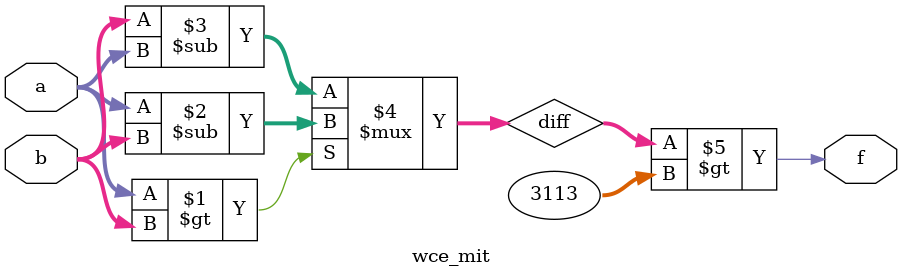
<source format=v>
module wce_mit(a, b, f);
parameter _bit = 18;
parameter wce = 3113;
input [_bit - 1: 0] a;
input [_bit - 1: 0] b;
output f;
wire [_bit - 1: 0] diff;
assign diff = (a > b)? (a - b): (b - a);
assign f = (diff > wce);
endmodule

</source>
